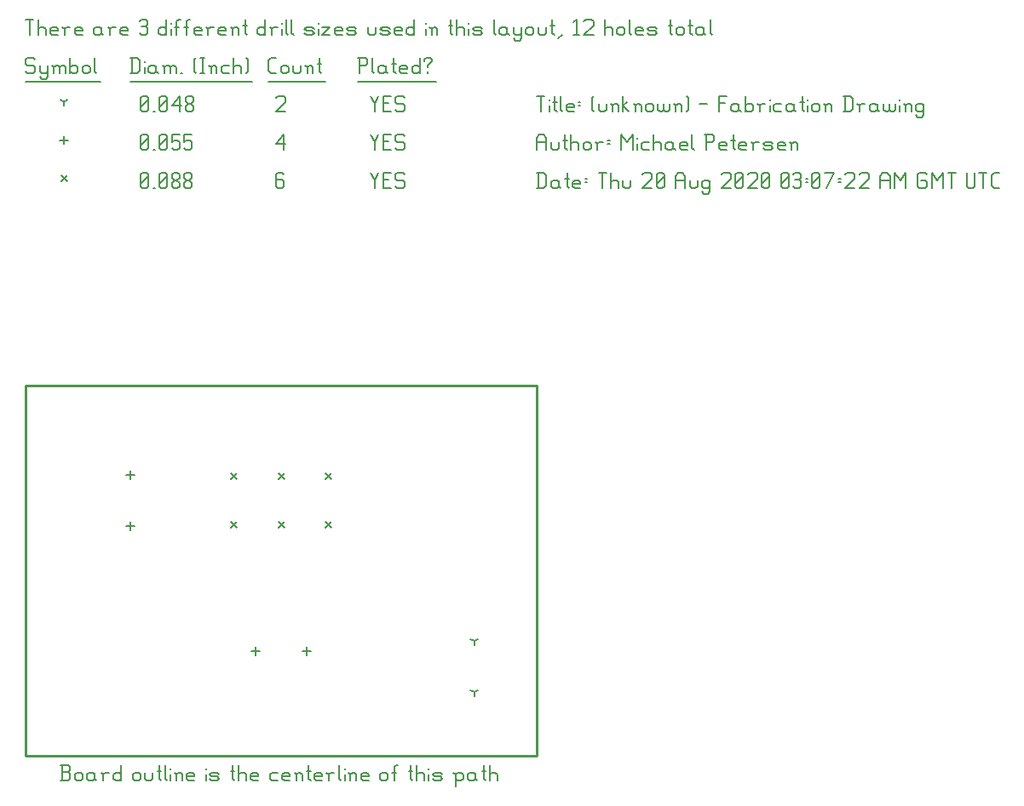
<source format=gbr>
G04 start of page 12 for group -3984 idx -3984 *
G04 Title: (unknown), fab *
G04 Creator: pcb 20140316 *
G04 CreationDate: Thu 20 Aug 2020 03:07:22 AM GMT UTC *
G04 For: railfan *
G04 Format: Gerber/RS-274X *
G04 PCB-Dimensions (mil): 2000.00 2000.00 *
G04 PCB-Coordinate-Origin: lower left *
%MOIN*%
%FSLAX25Y25*%
%LNFAB*%
%ADD47C,0.0100*%
%ADD46C,0.0075*%
%ADD45C,0.0060*%
%ADD44C,0.0080*%
G54D44*X80300Y110700D02*X82700Y108300D01*
X80300D02*X82700Y110700D01*
X98800D02*X101200Y108300D01*
X98800D02*X101200Y110700D01*
X117300D02*X119700Y108300D01*
X117300D02*X119700Y110700D01*
X80300Y91700D02*X82700Y89300D01*
X80300D02*X82700Y91700D01*
X98800D02*X101200Y89300D01*
X98800D02*X101200Y91700D01*
X117300D02*X119700Y89300D01*
X117300D02*X119700Y91700D01*
X13800Y227450D02*X16200Y225050D01*
X13800D02*X16200Y227450D01*
G54D45*X135000Y228500D02*X136500Y225500D01*
X138000Y228500D01*
X136500Y225500D02*Y222500D01*
X139800Y225800D02*X142050D01*
X139800Y222500D02*X142800D01*
X139800Y228500D02*Y222500D01*
Y228500D02*X142800D01*
X147600D02*X148350Y227750D01*
X145350Y228500D02*X147600D01*
X144600Y227750D02*X145350Y228500D01*
X144600Y227750D02*Y226250D01*
X145350Y225500D01*
X147600D01*
X148350Y224750D01*
Y223250D01*
X147600Y222500D02*X148350Y223250D01*
X145350Y222500D02*X147600D01*
X144600Y223250D02*X145350Y222500D01*
X100250Y228500D02*X101000Y227750D01*
X98750Y228500D02*X100250D01*
X98000Y227750D02*X98750Y228500D01*
X98000Y227750D02*Y223250D01*
X98750Y222500D01*
X100250Y225800D02*X101000Y225050D01*
X98000Y225800D02*X100250D01*
X98750Y222500D02*X100250D01*
X101000Y223250D01*
Y225050D02*Y223250D01*
X45000D02*X45750Y222500D01*
X45000Y227750D02*Y223250D01*
Y227750D02*X45750Y228500D01*
X47250D01*
X48000Y227750D01*
Y223250D01*
X47250Y222500D02*X48000Y223250D01*
X45750Y222500D02*X47250D01*
X45000Y224000D02*X48000Y227000D01*
X49800Y222500D02*X50550D01*
X52350Y223250D02*X53100Y222500D01*
X52350Y227750D02*Y223250D01*
Y227750D02*X53100Y228500D01*
X54600D01*
X55350Y227750D01*
Y223250D01*
X54600Y222500D02*X55350Y223250D01*
X53100Y222500D02*X54600D01*
X52350Y224000D02*X55350Y227000D01*
X57150Y223250D02*X57900Y222500D01*
X57150Y224450D02*Y223250D01*
Y224450D02*X58200Y225500D01*
X59100D01*
X60150Y224450D01*
Y223250D01*
X59400Y222500D02*X60150Y223250D01*
X57900Y222500D02*X59400D01*
X57150Y226550D02*X58200Y225500D01*
X57150Y227750D02*Y226550D01*
Y227750D02*X57900Y228500D01*
X59400D01*
X60150Y227750D01*
Y226550D01*
X59100Y225500D02*X60150Y226550D01*
X61950Y223250D02*X62700Y222500D01*
X61950Y224450D02*Y223250D01*
Y224450D02*X63000Y225500D01*
X63900D01*
X64950Y224450D01*
Y223250D01*
X64200Y222500D02*X64950Y223250D01*
X62700Y222500D02*X64200D01*
X61950Y226550D02*X63000Y225500D01*
X61950Y227750D02*Y226550D01*
Y227750D02*X62700Y228500D01*
X64200D01*
X64950Y227750D01*
Y226550D01*
X63900Y225500D02*X64950Y226550D01*
X90000Y42600D02*Y39400D01*
X88400Y41000D02*X91600D01*
X110000Y42600D02*Y39400D01*
X108400Y41000D02*X111600D01*
X41000Y111600D02*Y108400D01*
X39400Y110000D02*X42600D01*
X41000Y91600D02*Y88400D01*
X39400Y90000D02*X42600D01*
X15000Y242850D02*Y239650D01*
X13400Y241250D02*X16600D01*
X135000Y243500D02*X136500Y240500D01*
X138000Y243500D01*
X136500Y240500D02*Y237500D01*
X139800Y240800D02*X142050D01*
X139800Y237500D02*X142800D01*
X139800Y243500D02*Y237500D01*
Y243500D02*X142800D01*
X147600D02*X148350Y242750D01*
X145350Y243500D02*X147600D01*
X144600Y242750D02*X145350Y243500D01*
X144600Y242750D02*Y241250D01*
X145350Y240500D01*
X147600D01*
X148350Y239750D01*
Y238250D01*
X147600Y237500D02*X148350Y238250D01*
X145350Y237500D02*X147600D01*
X144600Y238250D02*X145350Y237500D01*
X98000Y239750D02*X101000Y243500D01*
X98000Y239750D02*X101750D01*
X101000Y243500D02*Y237500D01*
X45000Y238250D02*X45750Y237500D01*
X45000Y242750D02*Y238250D01*
Y242750D02*X45750Y243500D01*
X47250D01*
X48000Y242750D01*
Y238250D01*
X47250Y237500D02*X48000Y238250D01*
X45750Y237500D02*X47250D01*
X45000Y239000D02*X48000Y242000D01*
X49800Y237500D02*X50550D01*
X52350Y238250D02*X53100Y237500D01*
X52350Y242750D02*Y238250D01*
Y242750D02*X53100Y243500D01*
X54600D01*
X55350Y242750D01*
Y238250D01*
X54600Y237500D02*X55350Y238250D01*
X53100Y237500D02*X54600D01*
X52350Y239000D02*X55350Y242000D01*
X57150Y243500D02*X60150D01*
X57150D02*Y240500D01*
X57900Y241250D01*
X59400D01*
X60150Y240500D01*
Y238250D01*
X59400Y237500D02*X60150Y238250D01*
X57900Y237500D02*X59400D01*
X57150Y238250D02*X57900Y237500D01*
X61950Y243500D02*X64950D01*
X61950D02*Y240500D01*
X62700Y241250D01*
X64200D01*
X64950Y240500D01*
Y238250D01*
X64200Y237500D02*X64950Y238250D01*
X62700Y237500D02*X64200D01*
X61950Y238250D02*X62700Y237500D01*
X175500Y25000D02*Y23400D01*
Y25000D02*X176887Y25800D01*
X175500Y25000D02*X174113Y25800D01*
X175500Y45000D02*Y43400D01*
Y45000D02*X176887Y45800D01*
X175500Y45000D02*X174113Y45800D01*
X15000Y256250D02*Y254650D01*
Y256250D02*X16387Y257050D01*
X15000Y256250D02*X13613Y257050D01*
X135000Y258500D02*X136500Y255500D01*
X138000Y258500D01*
X136500Y255500D02*Y252500D01*
X139800Y255800D02*X142050D01*
X139800Y252500D02*X142800D01*
X139800Y258500D02*Y252500D01*
Y258500D02*X142800D01*
X147600D02*X148350Y257750D01*
X145350Y258500D02*X147600D01*
X144600Y257750D02*X145350Y258500D01*
X144600Y257750D02*Y256250D01*
X145350Y255500D01*
X147600D01*
X148350Y254750D01*
Y253250D01*
X147600Y252500D02*X148350Y253250D01*
X145350Y252500D02*X147600D01*
X144600Y253250D02*X145350Y252500D01*
X98000Y257750D02*X98750Y258500D01*
X101000D01*
X101750Y257750D01*
Y256250D01*
X98000Y252500D02*X101750Y256250D01*
X98000Y252500D02*X101750D01*
X45000Y253250D02*X45750Y252500D01*
X45000Y257750D02*Y253250D01*
Y257750D02*X45750Y258500D01*
X47250D01*
X48000Y257750D01*
Y253250D01*
X47250Y252500D02*X48000Y253250D01*
X45750Y252500D02*X47250D01*
X45000Y254000D02*X48000Y257000D01*
X49800Y252500D02*X50550D01*
X52350Y253250D02*X53100Y252500D01*
X52350Y257750D02*Y253250D01*
Y257750D02*X53100Y258500D01*
X54600D01*
X55350Y257750D01*
Y253250D01*
X54600Y252500D02*X55350Y253250D01*
X53100Y252500D02*X54600D01*
X52350Y254000D02*X55350Y257000D01*
X57150Y254750D02*X60150Y258500D01*
X57150Y254750D02*X60900D01*
X60150Y258500D02*Y252500D01*
X62700Y253250D02*X63450Y252500D01*
X62700Y254450D02*Y253250D01*
Y254450D02*X63750Y255500D01*
X64650D01*
X65700Y254450D01*
Y253250D01*
X64950Y252500D02*X65700Y253250D01*
X63450Y252500D02*X64950D01*
X62700Y256550D02*X63750Y255500D01*
X62700Y257750D02*Y256550D01*
Y257750D02*X63450Y258500D01*
X64950D01*
X65700Y257750D01*
Y256550D01*
X64650Y255500D02*X65700Y256550D01*
X3000Y273500D02*X3750Y272750D01*
X750Y273500D02*X3000D01*
X0Y272750D02*X750Y273500D01*
X0Y272750D02*Y271250D01*
X750Y270500D01*
X3000D01*
X3750Y269750D01*
Y268250D01*
X3000Y267500D02*X3750Y268250D01*
X750Y267500D02*X3000D01*
X0Y268250D02*X750Y267500D01*
X5550Y270500D02*Y268250D01*
X6300Y267500D01*
X8550Y270500D02*Y266000D01*
X7800Y265250D02*X8550Y266000D01*
X6300Y265250D02*X7800D01*
X5550Y266000D02*X6300Y265250D01*
Y267500D02*X7800D01*
X8550Y268250D01*
X11100Y269750D02*Y267500D01*
Y269750D02*X11850Y270500D01*
X12600D01*
X13350Y269750D01*
Y267500D01*
Y269750D02*X14100Y270500D01*
X14850D01*
X15600Y269750D01*
Y267500D01*
X10350Y270500D02*X11100Y269750D01*
X17400Y273500D02*Y267500D01*
Y268250D02*X18150Y267500D01*
X19650D01*
X20400Y268250D01*
Y269750D02*Y268250D01*
X19650Y270500D02*X20400Y269750D01*
X18150Y270500D02*X19650D01*
X17400Y269750D02*X18150Y270500D01*
X22200Y269750D02*Y268250D01*
Y269750D02*X22950Y270500D01*
X24450D01*
X25200Y269750D01*
Y268250D01*
X24450Y267500D02*X25200Y268250D01*
X22950Y267500D02*X24450D01*
X22200Y268250D02*X22950Y267500D01*
X27000Y273500D02*Y268250D01*
X27750Y267500D01*
X0Y264250D02*X29250D01*
X41750Y273500D02*Y267500D01*
X43700Y273500D02*X44750Y272450D01*
Y268550D01*
X43700Y267500D02*X44750Y268550D01*
X41000Y267500D02*X43700D01*
X41000Y273500D02*X43700D01*
G54D46*X46550Y272000D02*Y271850D01*
G54D45*Y269750D02*Y267500D01*
X50300Y270500D02*X51050Y269750D01*
X48800Y270500D02*X50300D01*
X48050Y269750D02*X48800Y270500D01*
X48050Y269750D02*Y268250D01*
X48800Y267500D01*
X51050Y270500D02*Y268250D01*
X51800Y267500D01*
X48800D02*X50300D01*
X51050Y268250D01*
X54350Y269750D02*Y267500D01*
Y269750D02*X55100Y270500D01*
X55850D01*
X56600Y269750D01*
Y267500D01*
Y269750D02*X57350Y270500D01*
X58100D01*
X58850Y269750D01*
Y267500D01*
X53600Y270500D02*X54350Y269750D01*
X60650Y267500D02*X61400D01*
X65900Y268250D02*X66650Y267500D01*
X65900Y272750D02*X66650Y273500D01*
X65900Y272750D02*Y268250D01*
X68450Y273500D02*X69950D01*
X69200D02*Y267500D01*
X68450D02*X69950D01*
X72500Y269750D02*Y267500D01*
Y269750D02*X73250Y270500D01*
X74000D01*
X74750Y269750D01*
Y267500D01*
X71750Y270500D02*X72500Y269750D01*
X77300Y270500D02*X79550D01*
X76550Y269750D02*X77300Y270500D01*
X76550Y269750D02*Y268250D01*
X77300Y267500D01*
X79550D01*
X81350Y273500D02*Y267500D01*
Y269750D02*X82100Y270500D01*
X83600D01*
X84350Y269750D01*
Y267500D01*
X86150Y273500D02*X86900Y272750D01*
Y268250D01*
X86150Y267500D02*X86900Y268250D01*
X41000Y264250D02*X88700D01*
X96050Y267500D02*X98000D01*
X95000Y268550D02*X96050Y267500D01*
X95000Y272450D02*Y268550D01*
Y272450D02*X96050Y273500D01*
X98000D01*
X99800Y269750D02*Y268250D01*
Y269750D02*X100550Y270500D01*
X102050D01*
X102800Y269750D01*
Y268250D01*
X102050Y267500D02*X102800Y268250D01*
X100550Y267500D02*X102050D01*
X99800Y268250D02*X100550Y267500D01*
X104600Y270500D02*Y268250D01*
X105350Y267500D01*
X106850D01*
X107600Y268250D01*
Y270500D02*Y268250D01*
X110150Y269750D02*Y267500D01*
Y269750D02*X110900Y270500D01*
X111650D01*
X112400Y269750D01*
Y267500D01*
X109400Y270500D02*X110150Y269750D01*
X114950Y273500D02*Y268250D01*
X115700Y267500D01*
X114200Y271250D02*X115700D01*
X95000Y264250D02*X117200D01*
X130750Y273500D02*Y267500D01*
X130000Y273500D02*X133000D01*
X133750Y272750D01*
Y271250D01*
X133000Y270500D02*X133750Y271250D01*
X130750Y270500D02*X133000D01*
X135550Y273500D02*Y268250D01*
X136300Y267500D01*
X140050Y270500D02*X140800Y269750D01*
X138550Y270500D02*X140050D01*
X137800Y269750D02*X138550Y270500D01*
X137800Y269750D02*Y268250D01*
X138550Y267500D01*
X140800Y270500D02*Y268250D01*
X141550Y267500D01*
X138550D02*X140050D01*
X140800Y268250D01*
X144100Y273500D02*Y268250D01*
X144850Y267500D01*
X143350Y271250D02*X144850D01*
X147100Y267500D02*X149350D01*
X146350Y268250D02*X147100Y267500D01*
X146350Y269750D02*Y268250D01*
Y269750D02*X147100Y270500D01*
X148600D01*
X149350Y269750D01*
X146350Y269000D02*X149350D01*
Y269750D02*Y269000D01*
X154150Y273500D02*Y267500D01*
X153400D02*X154150Y268250D01*
X151900Y267500D02*X153400D01*
X151150Y268250D02*X151900Y267500D01*
X151150Y269750D02*Y268250D01*
Y269750D02*X151900Y270500D01*
X153400D01*
X154150Y269750D01*
X157450Y270500D02*Y269750D01*
Y268250D02*Y267500D01*
X155950Y272750D02*Y272000D01*
Y272750D02*X156700Y273500D01*
X158200D01*
X158950Y272750D01*
Y272000D01*
X157450Y270500D02*X158950Y272000D01*
X130000Y264250D02*X160750D01*
X0Y288500D02*X3000D01*
X1500D02*Y282500D01*
X4800Y288500D02*Y282500D01*
Y284750D02*X5550Y285500D01*
X7050D01*
X7800Y284750D01*
Y282500D01*
X10350D02*X12600D01*
X9600Y283250D02*X10350Y282500D01*
X9600Y284750D02*Y283250D01*
Y284750D02*X10350Y285500D01*
X11850D01*
X12600Y284750D01*
X9600Y284000D02*X12600D01*
Y284750D02*Y284000D01*
X15150Y284750D02*Y282500D01*
Y284750D02*X15900Y285500D01*
X17400D01*
X14400D02*X15150Y284750D01*
X19950Y282500D02*X22200D01*
X19200Y283250D02*X19950Y282500D01*
X19200Y284750D02*Y283250D01*
Y284750D02*X19950Y285500D01*
X21450D01*
X22200Y284750D01*
X19200Y284000D02*X22200D01*
Y284750D02*Y284000D01*
X28950Y285500D02*X29700Y284750D01*
X27450Y285500D02*X28950D01*
X26700Y284750D02*X27450Y285500D01*
X26700Y284750D02*Y283250D01*
X27450Y282500D01*
X29700Y285500D02*Y283250D01*
X30450Y282500D01*
X27450D02*X28950D01*
X29700Y283250D01*
X33000Y284750D02*Y282500D01*
Y284750D02*X33750Y285500D01*
X35250D01*
X32250D02*X33000Y284750D01*
X37800Y282500D02*X40050D01*
X37050Y283250D02*X37800Y282500D01*
X37050Y284750D02*Y283250D01*
Y284750D02*X37800Y285500D01*
X39300D01*
X40050Y284750D01*
X37050Y284000D02*X40050D01*
Y284750D02*Y284000D01*
X44550Y287750D02*X45300Y288500D01*
X46800D01*
X47550Y287750D01*
X46800Y282500D02*X47550Y283250D01*
X45300Y282500D02*X46800D01*
X44550Y283250D02*X45300Y282500D01*
Y285800D02*X46800D01*
X47550Y287750D02*Y286550D01*
Y285050D02*Y283250D01*
Y285050D02*X46800Y285800D01*
X47550Y286550D02*X46800Y285800D01*
X55050Y288500D02*Y282500D01*
X54300D02*X55050Y283250D01*
X52800Y282500D02*X54300D01*
X52050Y283250D02*X52800Y282500D01*
X52050Y284750D02*Y283250D01*
Y284750D02*X52800Y285500D01*
X54300D01*
X55050Y284750D01*
G54D46*X56850Y287000D02*Y286850D01*
G54D45*Y284750D02*Y282500D01*
X59100Y287750D02*Y282500D01*
Y287750D02*X59850Y288500D01*
X60600D01*
X58350Y285500D02*X59850D01*
X62850Y287750D02*Y282500D01*
Y287750D02*X63600Y288500D01*
X64350D01*
X62100Y285500D02*X63600D01*
X66600Y282500D02*X68850D01*
X65850Y283250D02*X66600Y282500D01*
X65850Y284750D02*Y283250D01*
Y284750D02*X66600Y285500D01*
X68100D01*
X68850Y284750D01*
X65850Y284000D02*X68850D01*
Y284750D02*Y284000D01*
X71400Y284750D02*Y282500D01*
Y284750D02*X72150Y285500D01*
X73650D01*
X70650D02*X71400Y284750D01*
X76200Y282500D02*X78450D01*
X75450Y283250D02*X76200Y282500D01*
X75450Y284750D02*Y283250D01*
Y284750D02*X76200Y285500D01*
X77700D01*
X78450Y284750D01*
X75450Y284000D02*X78450D01*
Y284750D02*Y284000D01*
X81000Y284750D02*Y282500D01*
Y284750D02*X81750Y285500D01*
X82500D01*
X83250Y284750D01*
Y282500D01*
X80250Y285500D02*X81000Y284750D01*
X85800Y288500D02*Y283250D01*
X86550Y282500D01*
X85050Y286250D02*X86550D01*
X93750Y288500D02*Y282500D01*
X93000D02*X93750Y283250D01*
X91500Y282500D02*X93000D01*
X90750Y283250D02*X91500Y282500D01*
X90750Y284750D02*Y283250D01*
Y284750D02*X91500Y285500D01*
X93000D01*
X93750Y284750D01*
X96300D02*Y282500D01*
Y284750D02*X97050Y285500D01*
X98550D01*
X95550D02*X96300Y284750D01*
G54D46*X100350Y287000D02*Y286850D01*
G54D45*Y284750D02*Y282500D01*
X101850Y288500D02*Y283250D01*
X102600Y282500D01*
X104100Y288500D02*Y283250D01*
X104850Y282500D01*
X109800D02*X112050D01*
X112800Y283250D01*
X112050Y284000D02*X112800Y283250D01*
X109800Y284000D02*X112050D01*
X109050Y284750D02*X109800Y284000D01*
X109050Y284750D02*X109800Y285500D01*
X112050D01*
X112800Y284750D01*
X109050Y283250D02*X109800Y282500D01*
G54D46*X114600Y287000D02*Y286850D01*
G54D45*Y284750D02*Y282500D01*
X116100Y285500D02*X119100D01*
X116100Y282500D02*X119100Y285500D01*
X116100Y282500D02*X119100D01*
X121650D02*X123900D01*
X120900Y283250D02*X121650Y282500D01*
X120900Y284750D02*Y283250D01*
Y284750D02*X121650Y285500D01*
X123150D01*
X123900Y284750D01*
X120900Y284000D02*X123900D01*
Y284750D02*Y284000D01*
X126450Y282500D02*X128700D01*
X129450Y283250D01*
X128700Y284000D02*X129450Y283250D01*
X126450Y284000D02*X128700D01*
X125700Y284750D02*X126450Y284000D01*
X125700Y284750D02*X126450Y285500D01*
X128700D01*
X129450Y284750D01*
X125700Y283250D02*X126450Y282500D01*
X133950Y285500D02*Y283250D01*
X134700Y282500D01*
X136200D01*
X136950Y283250D01*
Y285500D02*Y283250D01*
X139500Y282500D02*X141750D01*
X142500Y283250D01*
X141750Y284000D02*X142500Y283250D01*
X139500Y284000D02*X141750D01*
X138750Y284750D02*X139500Y284000D01*
X138750Y284750D02*X139500Y285500D01*
X141750D01*
X142500Y284750D01*
X138750Y283250D02*X139500Y282500D01*
X145050D02*X147300D01*
X144300Y283250D02*X145050Y282500D01*
X144300Y284750D02*Y283250D01*
Y284750D02*X145050Y285500D01*
X146550D01*
X147300Y284750D01*
X144300Y284000D02*X147300D01*
Y284750D02*Y284000D01*
X152100Y288500D02*Y282500D01*
X151350D02*X152100Y283250D01*
X149850Y282500D02*X151350D01*
X149100Y283250D02*X149850Y282500D01*
X149100Y284750D02*Y283250D01*
Y284750D02*X149850Y285500D01*
X151350D01*
X152100Y284750D01*
G54D46*X156600Y287000D02*Y286850D01*
G54D45*Y284750D02*Y282500D01*
X158850Y284750D02*Y282500D01*
Y284750D02*X159600Y285500D01*
X160350D01*
X161100Y284750D01*
Y282500D01*
X158100Y285500D02*X158850Y284750D01*
X166350Y288500D02*Y283250D01*
X167100Y282500D01*
X165600Y286250D02*X167100D01*
X168600Y288500D02*Y282500D01*
Y284750D02*X169350Y285500D01*
X170850D01*
X171600Y284750D01*
Y282500D01*
G54D46*X173400Y287000D02*Y286850D01*
G54D45*Y284750D02*Y282500D01*
X175650D02*X177900D01*
X178650Y283250D01*
X177900Y284000D02*X178650Y283250D01*
X175650Y284000D02*X177900D01*
X174900Y284750D02*X175650Y284000D01*
X174900Y284750D02*X175650Y285500D01*
X177900D01*
X178650Y284750D01*
X174900Y283250D02*X175650Y282500D01*
X183150Y288500D02*Y283250D01*
X183900Y282500D01*
X187650Y285500D02*X188400Y284750D01*
X186150Y285500D02*X187650D01*
X185400Y284750D02*X186150Y285500D01*
X185400Y284750D02*Y283250D01*
X186150Y282500D01*
X188400Y285500D02*Y283250D01*
X189150Y282500D01*
X186150D02*X187650D01*
X188400Y283250D01*
X190950Y285500D02*Y283250D01*
X191700Y282500D01*
X193950Y285500D02*Y281000D01*
X193200Y280250D02*X193950Y281000D01*
X191700Y280250D02*X193200D01*
X190950Y281000D02*X191700Y280250D01*
Y282500D02*X193200D01*
X193950Y283250D01*
X195750Y284750D02*Y283250D01*
Y284750D02*X196500Y285500D01*
X198000D01*
X198750Y284750D01*
Y283250D01*
X198000Y282500D02*X198750Y283250D01*
X196500Y282500D02*X198000D01*
X195750Y283250D02*X196500Y282500D01*
X200550Y285500D02*Y283250D01*
X201300Y282500D01*
X202800D01*
X203550Y283250D01*
Y285500D02*Y283250D01*
X206100Y288500D02*Y283250D01*
X206850Y282500D01*
X205350Y286250D02*X206850D01*
X208350Y281000D02*X209850Y282500D01*
X214350Y287300D02*X215550Y288500D01*
Y282500D01*
X214350D02*X216600D01*
X218400Y287750D02*X219150Y288500D01*
X221400D01*
X222150Y287750D01*
Y286250D01*
X218400Y282500D02*X222150Y286250D01*
X218400Y282500D02*X222150D01*
X226650Y288500D02*Y282500D01*
Y284750D02*X227400Y285500D01*
X228900D01*
X229650Y284750D01*
Y282500D01*
X231450Y284750D02*Y283250D01*
Y284750D02*X232200Y285500D01*
X233700D01*
X234450Y284750D01*
Y283250D01*
X233700Y282500D02*X234450Y283250D01*
X232200Y282500D02*X233700D01*
X231450Y283250D02*X232200Y282500D01*
X236250Y288500D02*Y283250D01*
X237000Y282500D01*
X239250D02*X241500D01*
X238500Y283250D02*X239250Y282500D01*
X238500Y284750D02*Y283250D01*
Y284750D02*X239250Y285500D01*
X240750D01*
X241500Y284750D01*
X238500Y284000D02*X241500D01*
Y284750D02*Y284000D01*
X244050Y282500D02*X246300D01*
X247050Y283250D01*
X246300Y284000D02*X247050Y283250D01*
X244050Y284000D02*X246300D01*
X243300Y284750D02*X244050Y284000D01*
X243300Y284750D02*X244050Y285500D01*
X246300D01*
X247050Y284750D01*
X243300Y283250D02*X244050Y282500D01*
X252300Y288500D02*Y283250D01*
X253050Y282500D01*
X251550Y286250D02*X253050D01*
X254550Y284750D02*Y283250D01*
Y284750D02*X255300Y285500D01*
X256800D01*
X257550Y284750D01*
Y283250D01*
X256800Y282500D02*X257550Y283250D01*
X255300Y282500D02*X256800D01*
X254550Y283250D02*X255300Y282500D01*
X260100Y288500D02*Y283250D01*
X260850Y282500D01*
X259350Y286250D02*X260850D01*
X264600Y285500D02*X265350Y284750D01*
X263100Y285500D02*X264600D01*
X262350Y284750D02*X263100Y285500D01*
X262350Y284750D02*Y283250D01*
X263100Y282500D01*
X265350Y285500D02*Y283250D01*
X266100Y282500D01*
X263100D02*X264600D01*
X265350Y283250D01*
X267900Y288500D02*Y283250D01*
X268650Y282500D01*
G54D47*X0Y145000D02*Y0D01*
X200000D01*
Y145000D01*
X0D01*
G54D45*X13675Y-9500D02*X16675D01*
X17425Y-8750D01*
Y-6950D02*Y-8750D01*
X16675Y-6200D02*X17425Y-6950D01*
X14425Y-6200D02*X16675D01*
X14425Y-3500D02*Y-9500D01*
X13675Y-3500D02*X16675D01*
X17425Y-4250D01*
Y-5450D01*
X16675Y-6200D02*X17425Y-5450D01*
X19225Y-7250D02*Y-8750D01*
Y-7250D02*X19975Y-6500D01*
X21475D01*
X22225Y-7250D01*
Y-8750D01*
X21475Y-9500D02*X22225Y-8750D01*
X19975Y-9500D02*X21475D01*
X19225Y-8750D02*X19975Y-9500D01*
X26275Y-6500D02*X27025Y-7250D01*
X24775Y-6500D02*X26275D01*
X24025Y-7250D02*X24775Y-6500D01*
X24025Y-7250D02*Y-8750D01*
X24775Y-9500D01*
X27025Y-6500D02*Y-8750D01*
X27775Y-9500D01*
X24775D02*X26275D01*
X27025Y-8750D01*
X30325Y-7250D02*Y-9500D01*
Y-7250D02*X31075Y-6500D01*
X32575D01*
X29575D02*X30325Y-7250D01*
X37375Y-3500D02*Y-9500D01*
X36625D02*X37375Y-8750D01*
X35125Y-9500D02*X36625D01*
X34375Y-8750D02*X35125Y-9500D01*
X34375Y-7250D02*Y-8750D01*
Y-7250D02*X35125Y-6500D01*
X36625D01*
X37375Y-7250D01*
X41875D02*Y-8750D01*
Y-7250D02*X42625Y-6500D01*
X44125D01*
X44875Y-7250D01*
Y-8750D01*
X44125Y-9500D02*X44875Y-8750D01*
X42625Y-9500D02*X44125D01*
X41875Y-8750D02*X42625Y-9500D01*
X46675Y-6500D02*Y-8750D01*
X47425Y-9500D01*
X48925D01*
X49675Y-8750D01*
Y-6500D02*Y-8750D01*
X52225Y-3500D02*Y-8750D01*
X52975Y-9500D01*
X51475Y-5750D02*X52975D01*
X54475Y-3500D02*Y-8750D01*
X55225Y-9500D01*
G54D46*X56725Y-5000D02*Y-5150D01*
G54D45*Y-7250D02*Y-9500D01*
X58975Y-7250D02*Y-9500D01*
Y-7250D02*X59725Y-6500D01*
X60475D01*
X61225Y-7250D01*
Y-9500D01*
X58225Y-6500D02*X58975Y-7250D01*
X63775Y-9500D02*X66025D01*
X63025Y-8750D02*X63775Y-9500D01*
X63025Y-7250D02*Y-8750D01*
Y-7250D02*X63775Y-6500D01*
X65275D01*
X66025Y-7250D01*
X63025Y-8000D02*X66025D01*
Y-7250D02*Y-8000D01*
G54D46*X70525Y-5000D02*Y-5150D01*
G54D45*Y-7250D02*Y-9500D01*
X72775D02*X75025D01*
X75775Y-8750D01*
X75025Y-8000D02*X75775Y-8750D01*
X72775Y-8000D02*X75025D01*
X72025Y-7250D02*X72775Y-8000D01*
X72025Y-7250D02*X72775Y-6500D01*
X75025D01*
X75775Y-7250D01*
X72025Y-8750D02*X72775Y-9500D01*
X81025Y-3500D02*Y-8750D01*
X81775Y-9500D01*
X80275Y-5750D02*X81775D01*
X83275Y-3500D02*Y-9500D01*
Y-7250D02*X84025Y-6500D01*
X85525D01*
X86275Y-7250D01*
Y-9500D01*
X88825D02*X91075D01*
X88075Y-8750D02*X88825Y-9500D01*
X88075Y-7250D02*Y-8750D01*
Y-7250D02*X88825Y-6500D01*
X90325D01*
X91075Y-7250D01*
X88075Y-8000D02*X91075D01*
Y-7250D02*Y-8000D01*
X96325Y-6500D02*X98575D01*
X95575Y-7250D02*X96325Y-6500D01*
X95575Y-7250D02*Y-8750D01*
X96325Y-9500D01*
X98575D01*
X101125D02*X103375D01*
X100375Y-8750D02*X101125Y-9500D01*
X100375Y-7250D02*Y-8750D01*
Y-7250D02*X101125Y-6500D01*
X102625D01*
X103375Y-7250D01*
X100375Y-8000D02*X103375D01*
Y-7250D02*Y-8000D01*
X105925Y-7250D02*Y-9500D01*
Y-7250D02*X106675Y-6500D01*
X107425D01*
X108175Y-7250D01*
Y-9500D01*
X105175Y-6500D02*X105925Y-7250D01*
X110725Y-3500D02*Y-8750D01*
X111475Y-9500D01*
X109975Y-5750D02*X111475D01*
X113725Y-9500D02*X115975D01*
X112975Y-8750D02*X113725Y-9500D01*
X112975Y-7250D02*Y-8750D01*
Y-7250D02*X113725Y-6500D01*
X115225D01*
X115975Y-7250D01*
X112975Y-8000D02*X115975D01*
Y-7250D02*Y-8000D01*
X118525Y-7250D02*Y-9500D01*
Y-7250D02*X119275Y-6500D01*
X120775D01*
X117775D02*X118525Y-7250D01*
X122575Y-3500D02*Y-8750D01*
X123325Y-9500D01*
G54D46*X124825Y-5000D02*Y-5150D01*
G54D45*Y-7250D02*Y-9500D01*
X127075Y-7250D02*Y-9500D01*
Y-7250D02*X127825Y-6500D01*
X128575D01*
X129325Y-7250D01*
Y-9500D01*
X126325Y-6500D02*X127075Y-7250D01*
X131875Y-9500D02*X134125D01*
X131125Y-8750D02*X131875Y-9500D01*
X131125Y-7250D02*Y-8750D01*
Y-7250D02*X131875Y-6500D01*
X133375D01*
X134125Y-7250D01*
X131125Y-8000D02*X134125D01*
Y-7250D02*Y-8000D01*
X138625Y-7250D02*Y-8750D01*
Y-7250D02*X139375Y-6500D01*
X140875D01*
X141625Y-7250D01*
Y-8750D01*
X140875Y-9500D02*X141625Y-8750D01*
X139375Y-9500D02*X140875D01*
X138625Y-8750D02*X139375Y-9500D01*
X144175Y-4250D02*Y-9500D01*
Y-4250D02*X144925Y-3500D01*
X145675D01*
X143425Y-6500D02*X144925D01*
X150625Y-3500D02*Y-8750D01*
X151375Y-9500D01*
X149875Y-5750D02*X151375D01*
X152875Y-3500D02*Y-9500D01*
Y-7250D02*X153625Y-6500D01*
X155125D01*
X155875Y-7250D01*
Y-9500D01*
G54D46*X157675Y-5000D02*Y-5150D01*
G54D45*Y-7250D02*Y-9500D01*
X159925D02*X162175D01*
X162925Y-8750D01*
X162175Y-8000D02*X162925Y-8750D01*
X159925Y-8000D02*X162175D01*
X159175Y-7250D02*X159925Y-8000D01*
X159175Y-7250D02*X159925Y-6500D01*
X162175D01*
X162925Y-7250D01*
X159175Y-8750D02*X159925Y-9500D01*
X168175Y-7250D02*Y-11750D01*
X167425Y-6500D02*X168175Y-7250D01*
X168925Y-6500D01*
X170425D01*
X171175Y-7250D01*
Y-8750D01*
X170425Y-9500D02*X171175Y-8750D01*
X168925Y-9500D02*X170425D01*
X168175Y-8750D02*X168925Y-9500D01*
X175225Y-6500D02*X175975Y-7250D01*
X173725Y-6500D02*X175225D01*
X172975Y-7250D02*X173725Y-6500D01*
X172975Y-7250D02*Y-8750D01*
X173725Y-9500D01*
X175975Y-6500D02*Y-8750D01*
X176725Y-9500D01*
X173725D02*X175225D01*
X175975Y-8750D01*
X179275Y-3500D02*Y-8750D01*
X180025Y-9500D01*
X178525Y-5750D02*X180025D01*
X181525Y-3500D02*Y-9500D01*
Y-7250D02*X182275Y-6500D01*
X183775D01*
X184525Y-7250D01*
Y-9500D01*
X200750Y228500D02*Y222500D01*
X202700Y228500D02*X203750Y227450D01*
Y223550D01*
X202700Y222500D02*X203750Y223550D01*
X200000Y222500D02*X202700D01*
X200000Y228500D02*X202700D01*
X207800Y225500D02*X208550Y224750D01*
X206300Y225500D02*X207800D01*
X205550Y224750D02*X206300Y225500D01*
X205550Y224750D02*Y223250D01*
X206300Y222500D01*
X208550Y225500D02*Y223250D01*
X209300Y222500D01*
X206300D02*X207800D01*
X208550Y223250D01*
X211850Y228500D02*Y223250D01*
X212600Y222500D01*
X211100Y226250D02*X212600D01*
X214850Y222500D02*X217100D01*
X214100Y223250D02*X214850Y222500D01*
X214100Y224750D02*Y223250D01*
Y224750D02*X214850Y225500D01*
X216350D01*
X217100Y224750D01*
X214100Y224000D02*X217100D01*
Y224750D02*Y224000D01*
X218900Y226250D02*X219650D01*
X218900Y224750D02*X219650D01*
X224150Y228500D02*X227150D01*
X225650D02*Y222500D01*
X228950Y228500D02*Y222500D01*
Y224750D02*X229700Y225500D01*
X231200D01*
X231950Y224750D01*
Y222500D01*
X233750Y225500D02*Y223250D01*
X234500Y222500D01*
X236000D01*
X236750Y223250D01*
Y225500D02*Y223250D01*
X241250Y227750D02*X242000Y228500D01*
X244250D01*
X245000Y227750D01*
Y226250D01*
X241250Y222500D02*X245000Y226250D01*
X241250Y222500D02*X245000D01*
X246800Y223250D02*X247550Y222500D01*
X246800Y227750D02*Y223250D01*
Y227750D02*X247550Y228500D01*
X249050D01*
X249800Y227750D01*
Y223250D01*
X249050Y222500D02*X249800Y223250D01*
X247550Y222500D02*X249050D01*
X246800Y224000D02*X249800Y227000D01*
X254300D02*Y222500D01*
Y227000D02*X255350Y228500D01*
X257000D01*
X258050Y227000D01*
Y222500D01*
X254300Y225500D02*X258050D01*
X259850D02*Y223250D01*
X260600Y222500D01*
X262100D01*
X262850Y223250D01*
Y225500D02*Y223250D01*
X266900Y225500D02*X267650Y224750D01*
X265400Y225500D02*X266900D01*
X264650Y224750D02*X265400Y225500D01*
X264650Y224750D02*Y223250D01*
X265400Y222500D01*
X266900D01*
X267650Y223250D01*
X264650Y221000D02*X265400Y220250D01*
X266900D01*
X267650Y221000D01*
Y225500D02*Y221000D01*
X272150Y227750D02*X272900Y228500D01*
X275150D01*
X275900Y227750D01*
Y226250D01*
X272150Y222500D02*X275900Y226250D01*
X272150Y222500D02*X275900D01*
X277700Y223250D02*X278450Y222500D01*
X277700Y227750D02*Y223250D01*
Y227750D02*X278450Y228500D01*
X279950D01*
X280700Y227750D01*
Y223250D01*
X279950Y222500D02*X280700Y223250D01*
X278450Y222500D02*X279950D01*
X277700Y224000D02*X280700Y227000D01*
X282500Y227750D02*X283250Y228500D01*
X285500D01*
X286250Y227750D01*
Y226250D01*
X282500Y222500D02*X286250Y226250D01*
X282500Y222500D02*X286250D01*
X288050Y223250D02*X288800Y222500D01*
X288050Y227750D02*Y223250D01*
Y227750D02*X288800Y228500D01*
X290300D01*
X291050Y227750D01*
Y223250D01*
X290300Y222500D02*X291050Y223250D01*
X288800Y222500D02*X290300D01*
X288050Y224000D02*X291050Y227000D01*
X295550Y223250D02*X296300Y222500D01*
X295550Y227750D02*Y223250D01*
Y227750D02*X296300Y228500D01*
X297800D01*
X298550Y227750D01*
Y223250D01*
X297800Y222500D02*X298550Y223250D01*
X296300Y222500D02*X297800D01*
X295550Y224000D02*X298550Y227000D01*
X300350Y227750D02*X301100Y228500D01*
X302600D01*
X303350Y227750D01*
X302600Y222500D02*X303350Y223250D01*
X301100Y222500D02*X302600D01*
X300350Y223250D02*X301100Y222500D01*
Y225800D02*X302600D01*
X303350Y227750D02*Y226550D01*
Y225050D02*Y223250D01*
Y225050D02*X302600Y225800D01*
X303350Y226550D02*X302600Y225800D01*
X305150Y226250D02*X305900D01*
X305150Y224750D02*X305900D01*
X307700Y223250D02*X308450Y222500D01*
X307700Y227750D02*Y223250D01*
Y227750D02*X308450Y228500D01*
X309950D01*
X310700Y227750D01*
Y223250D01*
X309950Y222500D02*X310700Y223250D01*
X308450Y222500D02*X309950D01*
X307700Y224000D02*X310700Y227000D01*
X313250Y222500D02*X316250Y228500D01*
X312500D02*X316250D01*
X318050Y226250D02*X318800D01*
X318050Y224750D02*X318800D01*
X320600Y227750D02*X321350Y228500D01*
X323600D01*
X324350Y227750D01*
Y226250D01*
X320600Y222500D02*X324350Y226250D01*
X320600Y222500D02*X324350D01*
X326150Y227750D02*X326900Y228500D01*
X329150D01*
X329900Y227750D01*
Y226250D01*
X326150Y222500D02*X329900Y226250D01*
X326150Y222500D02*X329900D01*
X334400Y227000D02*Y222500D01*
Y227000D02*X335450Y228500D01*
X337100D01*
X338150Y227000D01*
Y222500D01*
X334400Y225500D02*X338150D01*
X339950Y228500D02*Y222500D01*
Y228500D02*X342200Y225500D01*
X344450Y228500D01*
Y222500D01*
X351950Y228500D02*X352700Y227750D01*
X349700Y228500D02*X351950D01*
X348950Y227750D02*X349700Y228500D01*
X348950Y227750D02*Y223250D01*
X349700Y222500D01*
X351950D01*
X352700Y223250D01*
Y224750D02*Y223250D01*
X351950Y225500D02*X352700Y224750D01*
X350450Y225500D02*X351950D01*
X354500Y228500D02*Y222500D01*
Y228500D02*X356750Y225500D01*
X359000Y228500D01*
Y222500D01*
X360800Y228500D02*X363800D01*
X362300D02*Y222500D01*
X368300Y228500D02*Y223250D01*
X369050Y222500D01*
X370550D01*
X371300Y223250D01*
Y228500D02*Y223250D01*
X373100Y228500D02*X376100D01*
X374600D02*Y222500D01*
X378950D02*X380900D01*
X377900Y223550D02*X378950Y222500D01*
X377900Y227450D02*Y223550D01*
Y227450D02*X378950Y228500D01*
X380900D01*
X200000Y242000D02*Y237500D01*
Y242000D02*X201050Y243500D01*
X202700D01*
X203750Y242000D01*
Y237500D01*
X200000Y240500D02*X203750D01*
X205550D02*Y238250D01*
X206300Y237500D01*
X207800D01*
X208550Y238250D01*
Y240500D02*Y238250D01*
X211100Y243500D02*Y238250D01*
X211850Y237500D01*
X210350Y241250D02*X211850D01*
X213350Y243500D02*Y237500D01*
Y239750D02*X214100Y240500D01*
X215600D01*
X216350Y239750D01*
Y237500D01*
X218150Y239750D02*Y238250D01*
Y239750D02*X218900Y240500D01*
X220400D01*
X221150Y239750D01*
Y238250D01*
X220400Y237500D02*X221150Y238250D01*
X218900Y237500D02*X220400D01*
X218150Y238250D02*X218900Y237500D01*
X223700Y239750D02*Y237500D01*
Y239750D02*X224450Y240500D01*
X225950D01*
X222950D02*X223700Y239750D01*
X227750Y241250D02*X228500D01*
X227750Y239750D02*X228500D01*
X233000Y243500D02*Y237500D01*
Y243500D02*X235250Y240500D01*
X237500Y243500D01*
Y237500D01*
G54D46*X239300Y242000D02*Y241850D01*
G54D45*Y239750D02*Y237500D01*
X241550Y240500D02*X243800D01*
X240800Y239750D02*X241550Y240500D01*
X240800Y239750D02*Y238250D01*
X241550Y237500D01*
X243800D01*
X245600Y243500D02*Y237500D01*
Y239750D02*X246350Y240500D01*
X247850D01*
X248600Y239750D01*
Y237500D01*
X252650Y240500D02*X253400Y239750D01*
X251150Y240500D02*X252650D01*
X250400Y239750D02*X251150Y240500D01*
X250400Y239750D02*Y238250D01*
X251150Y237500D01*
X253400Y240500D02*Y238250D01*
X254150Y237500D01*
X251150D02*X252650D01*
X253400Y238250D01*
X256700Y237500D02*X258950D01*
X255950Y238250D02*X256700Y237500D01*
X255950Y239750D02*Y238250D01*
Y239750D02*X256700Y240500D01*
X258200D01*
X258950Y239750D01*
X255950Y239000D02*X258950D01*
Y239750D02*Y239000D01*
X260750Y243500D02*Y238250D01*
X261500Y237500D01*
X266450Y243500D02*Y237500D01*
X265700Y243500D02*X268700D01*
X269450Y242750D01*
Y241250D01*
X268700Y240500D02*X269450Y241250D01*
X266450Y240500D02*X268700D01*
X272000Y237500D02*X274250D01*
X271250Y238250D02*X272000Y237500D01*
X271250Y239750D02*Y238250D01*
Y239750D02*X272000Y240500D01*
X273500D01*
X274250Y239750D01*
X271250Y239000D02*X274250D01*
Y239750D02*Y239000D01*
X276800Y243500D02*Y238250D01*
X277550Y237500D01*
X276050Y241250D02*X277550D01*
X279800Y237500D02*X282050D01*
X279050Y238250D02*X279800Y237500D01*
X279050Y239750D02*Y238250D01*
Y239750D02*X279800Y240500D01*
X281300D01*
X282050Y239750D01*
X279050Y239000D02*X282050D01*
Y239750D02*Y239000D01*
X284600Y239750D02*Y237500D01*
Y239750D02*X285350Y240500D01*
X286850D01*
X283850D02*X284600Y239750D01*
X289400Y237500D02*X291650D01*
X292400Y238250D01*
X291650Y239000D02*X292400Y238250D01*
X289400Y239000D02*X291650D01*
X288650Y239750D02*X289400Y239000D01*
X288650Y239750D02*X289400Y240500D01*
X291650D01*
X292400Y239750D01*
X288650Y238250D02*X289400Y237500D01*
X294950D02*X297200D01*
X294200Y238250D02*X294950Y237500D01*
X294200Y239750D02*Y238250D01*
Y239750D02*X294950Y240500D01*
X296450D01*
X297200Y239750D01*
X294200Y239000D02*X297200D01*
Y239750D02*Y239000D01*
X299750Y239750D02*Y237500D01*
Y239750D02*X300500Y240500D01*
X301250D01*
X302000Y239750D01*
Y237500D01*
X299000Y240500D02*X299750Y239750D01*
X200000Y258500D02*X203000D01*
X201500D02*Y252500D01*
G54D46*X204800Y257000D02*Y256850D01*
G54D45*Y254750D02*Y252500D01*
X207050Y258500D02*Y253250D01*
X207800Y252500D01*
X206300Y256250D02*X207800D01*
X209300Y258500D02*Y253250D01*
X210050Y252500D01*
X212300D02*X214550D01*
X211550Y253250D02*X212300Y252500D01*
X211550Y254750D02*Y253250D01*
Y254750D02*X212300Y255500D01*
X213800D01*
X214550Y254750D01*
X211550Y254000D02*X214550D01*
Y254750D02*Y254000D01*
X216350Y256250D02*X217100D01*
X216350Y254750D02*X217100D01*
X221600Y253250D02*X222350Y252500D01*
X221600Y257750D02*X222350Y258500D01*
X221600Y257750D02*Y253250D01*
X224150Y255500D02*Y253250D01*
X224900Y252500D01*
X226400D01*
X227150Y253250D01*
Y255500D02*Y253250D01*
X229700Y254750D02*Y252500D01*
Y254750D02*X230450Y255500D01*
X231200D01*
X231950Y254750D01*
Y252500D01*
X228950Y255500D02*X229700Y254750D01*
X233750Y258500D02*Y252500D01*
Y254750D02*X236000Y252500D01*
X233750Y254750D02*X235250Y256250D01*
X238550Y254750D02*Y252500D01*
Y254750D02*X239300Y255500D01*
X240050D01*
X240800Y254750D01*
Y252500D01*
X237800Y255500D02*X238550Y254750D01*
X242600D02*Y253250D01*
Y254750D02*X243350Y255500D01*
X244850D01*
X245600Y254750D01*
Y253250D01*
X244850Y252500D02*X245600Y253250D01*
X243350Y252500D02*X244850D01*
X242600Y253250D02*X243350Y252500D01*
X247400Y255500D02*Y253250D01*
X248150Y252500D01*
X248900D01*
X249650Y253250D01*
Y255500D02*Y253250D01*
X250400Y252500D01*
X251150D01*
X251900Y253250D01*
Y255500D02*Y253250D01*
X254450Y254750D02*Y252500D01*
Y254750D02*X255200Y255500D01*
X255950D01*
X256700Y254750D01*
Y252500D01*
X253700Y255500D02*X254450Y254750D01*
X258500Y258500D02*X259250Y257750D01*
Y253250D01*
X258500Y252500D02*X259250Y253250D01*
X263750Y255500D02*X266750D01*
X271250Y258500D02*Y252500D01*
Y258500D02*X274250D01*
X271250Y255800D02*X273500D01*
X278300Y255500D02*X279050Y254750D01*
X276800Y255500D02*X278300D01*
X276050Y254750D02*X276800Y255500D01*
X276050Y254750D02*Y253250D01*
X276800Y252500D01*
X279050Y255500D02*Y253250D01*
X279800Y252500D01*
X276800D02*X278300D01*
X279050Y253250D01*
X281600Y258500D02*Y252500D01*
Y253250D02*X282350Y252500D01*
X283850D01*
X284600Y253250D01*
Y254750D02*Y253250D01*
X283850Y255500D02*X284600Y254750D01*
X282350Y255500D02*X283850D01*
X281600Y254750D02*X282350Y255500D01*
X287150Y254750D02*Y252500D01*
Y254750D02*X287900Y255500D01*
X289400D01*
X286400D02*X287150Y254750D01*
G54D46*X291200Y257000D02*Y256850D01*
G54D45*Y254750D02*Y252500D01*
X293450Y255500D02*X295700D01*
X292700Y254750D02*X293450Y255500D01*
X292700Y254750D02*Y253250D01*
X293450Y252500D01*
X295700D01*
X299750Y255500D02*X300500Y254750D01*
X298250Y255500D02*X299750D01*
X297500Y254750D02*X298250Y255500D01*
X297500Y254750D02*Y253250D01*
X298250Y252500D01*
X300500Y255500D02*Y253250D01*
X301250Y252500D01*
X298250D02*X299750D01*
X300500Y253250D01*
X303800Y258500D02*Y253250D01*
X304550Y252500D01*
X303050Y256250D02*X304550D01*
G54D46*X306050Y257000D02*Y256850D01*
G54D45*Y254750D02*Y252500D01*
X307550Y254750D02*Y253250D01*
Y254750D02*X308300Y255500D01*
X309800D01*
X310550Y254750D01*
Y253250D01*
X309800Y252500D02*X310550Y253250D01*
X308300Y252500D02*X309800D01*
X307550Y253250D02*X308300Y252500D01*
X313100Y254750D02*Y252500D01*
Y254750D02*X313850Y255500D01*
X314600D01*
X315350Y254750D01*
Y252500D01*
X312350Y255500D02*X313100Y254750D01*
X320600Y258500D02*Y252500D01*
X322550Y258500D02*X323600Y257450D01*
Y253550D01*
X322550Y252500D02*X323600Y253550D01*
X319850Y252500D02*X322550D01*
X319850Y258500D02*X322550D01*
X326150Y254750D02*Y252500D01*
Y254750D02*X326900Y255500D01*
X328400D01*
X325400D02*X326150Y254750D01*
X332450Y255500D02*X333200Y254750D01*
X330950Y255500D02*X332450D01*
X330200Y254750D02*X330950Y255500D01*
X330200Y254750D02*Y253250D01*
X330950Y252500D01*
X333200Y255500D02*Y253250D01*
X333950Y252500D01*
X330950D02*X332450D01*
X333200Y253250D01*
X335750Y255500D02*Y253250D01*
X336500Y252500D01*
X337250D01*
X338000Y253250D01*
Y255500D02*Y253250D01*
X338750Y252500D01*
X339500D01*
X340250Y253250D01*
Y255500D02*Y253250D01*
G54D46*X342050Y257000D02*Y256850D01*
G54D45*Y254750D02*Y252500D01*
X344300Y254750D02*Y252500D01*
Y254750D02*X345050Y255500D01*
X345800D01*
X346550Y254750D01*
Y252500D01*
X343550Y255500D02*X344300Y254750D01*
X350600Y255500D02*X351350Y254750D01*
X349100Y255500D02*X350600D01*
X348350Y254750D02*X349100Y255500D01*
X348350Y254750D02*Y253250D01*
X349100Y252500D01*
X350600D01*
X351350Y253250D01*
X348350Y251000D02*X349100Y250250D01*
X350600D01*
X351350Y251000D01*
Y255500D02*Y251000D01*
M02*

</source>
